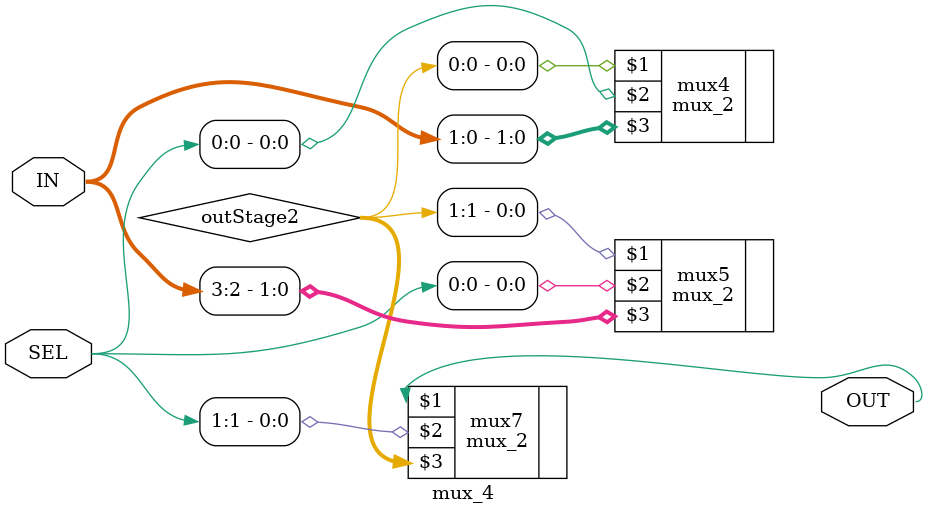
<source format=v>
/******************************************************************
 * Date: 1/18/2018
 * File: mux_4.v
 * Uses combinational logic to create a 2 x 4 decoder
 *******************************************************************/
 
 `include "decoder_2x4.v"
 
 module mux_4(OUT, SEL, IN);

 output  OUT;
 input  [3:0] IN;
 input  [1:0] SEL;
 // wire [3:0] DOUT;
 // wire [3:0] AND;
 
 // decoder_2x4 decode(.OUT(DOUT), .IN(SEL), .EN(1'b1));

 //  and a1 ( AND[0], DOUT[0], IN[0]);
 //  and a2 ( AND[1], DOUT[1], IN[1]);
 //  and a3 ( AND[2], DOUT[2], IN[2]);
 //  and a4 ( AND[3], DOUT[3], IN[3]);
 //  or  o0 ( OUT, AND[3], AND[2], AND[1], AND[0]);
 

  wire [1:0] outStage2;
  
  mux_2 mux4(outStage2[0], SEL[0], IN[1:0]);
  mux_2 mux5(outStage2[1], SEL[0], IN[3:2]);
  
  mux_2 mux7(OUT, SEL[1], outStage2[1:0]);

 endmodule
 
/*
`include "decoder_2x4.v"
 
module mux_4(OUT, SEL, IN);

  output  OUT;
  input  [3:0] IN;
  input  [1:0] SEL;
  wire [3:0] DOUT;
  wire [3:0] AND;

  decoder_2x4 decode(.OUT(DOUT), .IN(SEL), .EN(1'b1));

  and a1 (AND[0], DOUT[0],IN[0]);
  and a2 ( AND[1], DOUT[1], IN[1]);
  and a3 ( AND[2], DOUT[2], IN[2]);
  and a4 ( AND[3], DOUT[3], IN[3]);
  or  o1 ( OUT, AND[0], AND[q], AND[2], AND[3]);
 
endmodule*/
</source>
